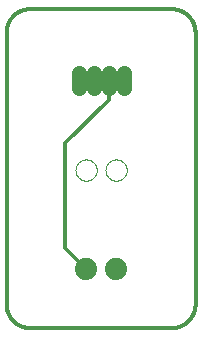
<source format=gtl>
G75*
%MOIN*%
%OFA0B0*%
%FSLAX25Y25*%
%IPPOS*%
%LPD*%
%AMOC8*
5,1,8,0,0,1.08239X$1,22.5*
%
%ADD10C,0.01200*%
%ADD11C,0.05000*%
%ADD12C,0.07400*%
%ADD13C,0.00000*%
D10*
X0001600Y0009474D02*
X0001600Y0100025D01*
X0001602Y0100215D01*
X0001609Y0100405D01*
X0001621Y0100595D01*
X0001637Y0100785D01*
X0001657Y0100974D01*
X0001683Y0101163D01*
X0001712Y0101351D01*
X0001747Y0101538D01*
X0001786Y0101724D01*
X0001829Y0101909D01*
X0001877Y0102094D01*
X0001929Y0102277D01*
X0001985Y0102458D01*
X0002046Y0102638D01*
X0002112Y0102817D01*
X0002181Y0102994D01*
X0002255Y0103170D01*
X0002333Y0103343D01*
X0002416Y0103515D01*
X0002502Y0103684D01*
X0002592Y0103852D01*
X0002687Y0104017D01*
X0002785Y0104180D01*
X0002888Y0104340D01*
X0002994Y0104498D01*
X0003104Y0104653D01*
X0003217Y0104806D01*
X0003335Y0104956D01*
X0003456Y0105102D01*
X0003580Y0105246D01*
X0003708Y0105387D01*
X0003839Y0105525D01*
X0003974Y0105660D01*
X0004112Y0105791D01*
X0004253Y0105919D01*
X0004397Y0106043D01*
X0004543Y0106164D01*
X0004693Y0106282D01*
X0004846Y0106395D01*
X0005001Y0106505D01*
X0005159Y0106611D01*
X0005319Y0106714D01*
X0005482Y0106812D01*
X0005647Y0106907D01*
X0005815Y0106997D01*
X0005984Y0107083D01*
X0006156Y0107166D01*
X0006329Y0107244D01*
X0006505Y0107318D01*
X0006682Y0107387D01*
X0006861Y0107453D01*
X0007041Y0107514D01*
X0007222Y0107570D01*
X0007405Y0107622D01*
X0007590Y0107670D01*
X0007775Y0107713D01*
X0007961Y0107752D01*
X0008148Y0107787D01*
X0008336Y0107816D01*
X0008525Y0107842D01*
X0008714Y0107862D01*
X0008904Y0107878D01*
X0009094Y0107890D01*
X0009284Y0107897D01*
X0009474Y0107899D01*
X0056718Y0107899D01*
X0056908Y0107897D01*
X0057098Y0107890D01*
X0057288Y0107878D01*
X0057478Y0107862D01*
X0057667Y0107842D01*
X0057856Y0107816D01*
X0058044Y0107787D01*
X0058231Y0107752D01*
X0058417Y0107713D01*
X0058602Y0107670D01*
X0058787Y0107622D01*
X0058970Y0107570D01*
X0059151Y0107514D01*
X0059331Y0107453D01*
X0059510Y0107387D01*
X0059687Y0107318D01*
X0059863Y0107244D01*
X0060036Y0107166D01*
X0060208Y0107083D01*
X0060377Y0106997D01*
X0060545Y0106907D01*
X0060710Y0106812D01*
X0060873Y0106714D01*
X0061033Y0106611D01*
X0061191Y0106505D01*
X0061346Y0106395D01*
X0061499Y0106282D01*
X0061649Y0106164D01*
X0061795Y0106043D01*
X0061939Y0105919D01*
X0062080Y0105791D01*
X0062218Y0105660D01*
X0062353Y0105525D01*
X0062484Y0105387D01*
X0062612Y0105246D01*
X0062736Y0105102D01*
X0062857Y0104956D01*
X0062975Y0104806D01*
X0063088Y0104653D01*
X0063198Y0104498D01*
X0063304Y0104340D01*
X0063407Y0104180D01*
X0063505Y0104017D01*
X0063600Y0103852D01*
X0063690Y0103684D01*
X0063776Y0103515D01*
X0063859Y0103343D01*
X0063937Y0103170D01*
X0064011Y0102994D01*
X0064080Y0102817D01*
X0064146Y0102638D01*
X0064207Y0102458D01*
X0064263Y0102277D01*
X0064315Y0102094D01*
X0064363Y0101909D01*
X0064406Y0101724D01*
X0064445Y0101538D01*
X0064480Y0101351D01*
X0064509Y0101163D01*
X0064535Y0100974D01*
X0064555Y0100785D01*
X0064571Y0100595D01*
X0064583Y0100405D01*
X0064590Y0100215D01*
X0064592Y0100025D01*
X0064592Y0009474D01*
X0064590Y0009284D01*
X0064583Y0009094D01*
X0064571Y0008904D01*
X0064555Y0008714D01*
X0064535Y0008525D01*
X0064509Y0008336D01*
X0064480Y0008148D01*
X0064445Y0007961D01*
X0064406Y0007775D01*
X0064363Y0007590D01*
X0064315Y0007405D01*
X0064263Y0007222D01*
X0064207Y0007041D01*
X0064146Y0006861D01*
X0064080Y0006682D01*
X0064011Y0006505D01*
X0063937Y0006329D01*
X0063859Y0006156D01*
X0063776Y0005984D01*
X0063690Y0005815D01*
X0063600Y0005647D01*
X0063505Y0005482D01*
X0063407Y0005319D01*
X0063304Y0005159D01*
X0063198Y0005001D01*
X0063088Y0004846D01*
X0062975Y0004693D01*
X0062857Y0004543D01*
X0062736Y0004397D01*
X0062612Y0004253D01*
X0062484Y0004112D01*
X0062353Y0003974D01*
X0062218Y0003839D01*
X0062080Y0003708D01*
X0061939Y0003580D01*
X0061795Y0003456D01*
X0061649Y0003335D01*
X0061499Y0003217D01*
X0061346Y0003104D01*
X0061191Y0002994D01*
X0061033Y0002888D01*
X0060873Y0002785D01*
X0060710Y0002687D01*
X0060545Y0002592D01*
X0060377Y0002502D01*
X0060208Y0002416D01*
X0060036Y0002333D01*
X0059863Y0002255D01*
X0059687Y0002181D01*
X0059510Y0002112D01*
X0059331Y0002046D01*
X0059151Y0001985D01*
X0058970Y0001929D01*
X0058787Y0001877D01*
X0058602Y0001829D01*
X0058417Y0001786D01*
X0058231Y0001747D01*
X0058044Y0001712D01*
X0057856Y0001683D01*
X0057667Y0001657D01*
X0057478Y0001637D01*
X0057288Y0001621D01*
X0057098Y0001609D01*
X0056908Y0001602D01*
X0056718Y0001600D01*
X0009474Y0001600D01*
X0009284Y0001602D01*
X0009094Y0001609D01*
X0008904Y0001621D01*
X0008714Y0001637D01*
X0008525Y0001657D01*
X0008336Y0001683D01*
X0008148Y0001712D01*
X0007961Y0001747D01*
X0007775Y0001786D01*
X0007590Y0001829D01*
X0007405Y0001877D01*
X0007222Y0001929D01*
X0007041Y0001985D01*
X0006861Y0002046D01*
X0006682Y0002112D01*
X0006505Y0002181D01*
X0006329Y0002255D01*
X0006156Y0002333D01*
X0005984Y0002416D01*
X0005815Y0002502D01*
X0005647Y0002592D01*
X0005482Y0002687D01*
X0005319Y0002785D01*
X0005159Y0002888D01*
X0005001Y0002994D01*
X0004846Y0003104D01*
X0004693Y0003217D01*
X0004543Y0003335D01*
X0004397Y0003456D01*
X0004253Y0003580D01*
X0004112Y0003708D01*
X0003974Y0003839D01*
X0003839Y0003974D01*
X0003708Y0004112D01*
X0003580Y0004253D01*
X0003456Y0004397D01*
X0003335Y0004543D01*
X0003217Y0004693D01*
X0003104Y0004846D01*
X0002994Y0005001D01*
X0002888Y0005159D01*
X0002785Y0005319D01*
X0002687Y0005482D01*
X0002592Y0005647D01*
X0002502Y0005815D01*
X0002416Y0005984D01*
X0002333Y0006156D01*
X0002255Y0006329D01*
X0002181Y0006505D01*
X0002112Y0006682D01*
X0002046Y0006861D01*
X0001985Y0007041D01*
X0001929Y0007222D01*
X0001877Y0007405D01*
X0001829Y0007590D01*
X0001786Y0007775D01*
X0001747Y0007961D01*
X0001712Y0008148D01*
X0001683Y0008336D01*
X0001657Y0008525D01*
X0001637Y0008714D01*
X0001621Y0008904D01*
X0001609Y0009094D01*
X0001602Y0009284D01*
X0001600Y0009474D01*
X0021096Y0028285D02*
X0028096Y0021285D01*
X0021096Y0028285D02*
X0021096Y0063285D01*
X0035596Y0077785D01*
X0035596Y0084277D01*
D11*
X0035596Y0081777D02*
X0035596Y0086777D01*
X0030596Y0086777D02*
X0030596Y0081777D01*
X0025596Y0081777D02*
X0025596Y0086777D01*
X0040596Y0086777D02*
X0040596Y0081777D01*
D12*
X0038096Y0021285D03*
X0028096Y0021285D03*
D13*
X0024553Y0054285D02*
X0024555Y0054403D01*
X0024561Y0054522D01*
X0024571Y0054640D01*
X0024585Y0054757D01*
X0024602Y0054874D01*
X0024624Y0054991D01*
X0024650Y0055106D01*
X0024679Y0055221D01*
X0024712Y0055335D01*
X0024749Y0055447D01*
X0024790Y0055558D01*
X0024834Y0055668D01*
X0024882Y0055776D01*
X0024934Y0055883D01*
X0024989Y0055988D01*
X0025048Y0056091D01*
X0025110Y0056191D01*
X0025175Y0056290D01*
X0025244Y0056387D01*
X0025315Y0056481D01*
X0025390Y0056572D01*
X0025468Y0056662D01*
X0025549Y0056748D01*
X0025633Y0056832D01*
X0025719Y0056913D01*
X0025809Y0056991D01*
X0025900Y0057066D01*
X0025994Y0057137D01*
X0026091Y0057206D01*
X0026190Y0057271D01*
X0026290Y0057333D01*
X0026393Y0057392D01*
X0026498Y0057447D01*
X0026605Y0057499D01*
X0026713Y0057547D01*
X0026823Y0057591D01*
X0026934Y0057632D01*
X0027046Y0057669D01*
X0027160Y0057702D01*
X0027275Y0057731D01*
X0027390Y0057757D01*
X0027507Y0057779D01*
X0027624Y0057796D01*
X0027741Y0057810D01*
X0027859Y0057820D01*
X0027978Y0057826D01*
X0028096Y0057828D01*
X0028214Y0057826D01*
X0028333Y0057820D01*
X0028451Y0057810D01*
X0028568Y0057796D01*
X0028685Y0057779D01*
X0028802Y0057757D01*
X0028917Y0057731D01*
X0029032Y0057702D01*
X0029146Y0057669D01*
X0029258Y0057632D01*
X0029369Y0057591D01*
X0029479Y0057547D01*
X0029587Y0057499D01*
X0029694Y0057447D01*
X0029799Y0057392D01*
X0029902Y0057333D01*
X0030002Y0057271D01*
X0030101Y0057206D01*
X0030198Y0057137D01*
X0030292Y0057066D01*
X0030383Y0056991D01*
X0030473Y0056913D01*
X0030559Y0056832D01*
X0030643Y0056748D01*
X0030724Y0056662D01*
X0030802Y0056572D01*
X0030877Y0056481D01*
X0030948Y0056387D01*
X0031017Y0056290D01*
X0031082Y0056191D01*
X0031144Y0056091D01*
X0031203Y0055988D01*
X0031258Y0055883D01*
X0031310Y0055776D01*
X0031358Y0055668D01*
X0031402Y0055558D01*
X0031443Y0055447D01*
X0031480Y0055335D01*
X0031513Y0055221D01*
X0031542Y0055106D01*
X0031568Y0054991D01*
X0031590Y0054874D01*
X0031607Y0054757D01*
X0031621Y0054640D01*
X0031631Y0054522D01*
X0031637Y0054403D01*
X0031639Y0054285D01*
X0031637Y0054167D01*
X0031631Y0054048D01*
X0031621Y0053930D01*
X0031607Y0053813D01*
X0031590Y0053696D01*
X0031568Y0053579D01*
X0031542Y0053464D01*
X0031513Y0053349D01*
X0031480Y0053235D01*
X0031443Y0053123D01*
X0031402Y0053012D01*
X0031358Y0052902D01*
X0031310Y0052794D01*
X0031258Y0052687D01*
X0031203Y0052582D01*
X0031144Y0052479D01*
X0031082Y0052379D01*
X0031017Y0052280D01*
X0030948Y0052183D01*
X0030877Y0052089D01*
X0030802Y0051998D01*
X0030724Y0051908D01*
X0030643Y0051822D01*
X0030559Y0051738D01*
X0030473Y0051657D01*
X0030383Y0051579D01*
X0030292Y0051504D01*
X0030198Y0051433D01*
X0030101Y0051364D01*
X0030002Y0051299D01*
X0029902Y0051237D01*
X0029799Y0051178D01*
X0029694Y0051123D01*
X0029587Y0051071D01*
X0029479Y0051023D01*
X0029369Y0050979D01*
X0029258Y0050938D01*
X0029146Y0050901D01*
X0029032Y0050868D01*
X0028917Y0050839D01*
X0028802Y0050813D01*
X0028685Y0050791D01*
X0028568Y0050774D01*
X0028451Y0050760D01*
X0028333Y0050750D01*
X0028214Y0050744D01*
X0028096Y0050742D01*
X0027978Y0050744D01*
X0027859Y0050750D01*
X0027741Y0050760D01*
X0027624Y0050774D01*
X0027507Y0050791D01*
X0027390Y0050813D01*
X0027275Y0050839D01*
X0027160Y0050868D01*
X0027046Y0050901D01*
X0026934Y0050938D01*
X0026823Y0050979D01*
X0026713Y0051023D01*
X0026605Y0051071D01*
X0026498Y0051123D01*
X0026393Y0051178D01*
X0026290Y0051237D01*
X0026190Y0051299D01*
X0026091Y0051364D01*
X0025994Y0051433D01*
X0025900Y0051504D01*
X0025809Y0051579D01*
X0025719Y0051657D01*
X0025633Y0051738D01*
X0025549Y0051822D01*
X0025468Y0051908D01*
X0025390Y0051998D01*
X0025315Y0052089D01*
X0025244Y0052183D01*
X0025175Y0052280D01*
X0025110Y0052379D01*
X0025048Y0052479D01*
X0024989Y0052582D01*
X0024934Y0052687D01*
X0024882Y0052794D01*
X0024834Y0052902D01*
X0024790Y0053012D01*
X0024749Y0053123D01*
X0024712Y0053235D01*
X0024679Y0053349D01*
X0024650Y0053464D01*
X0024624Y0053579D01*
X0024602Y0053696D01*
X0024585Y0053813D01*
X0024571Y0053930D01*
X0024561Y0054048D01*
X0024555Y0054167D01*
X0024553Y0054285D01*
X0034553Y0054285D02*
X0034555Y0054403D01*
X0034561Y0054522D01*
X0034571Y0054640D01*
X0034585Y0054757D01*
X0034602Y0054874D01*
X0034624Y0054991D01*
X0034650Y0055106D01*
X0034679Y0055221D01*
X0034712Y0055335D01*
X0034749Y0055447D01*
X0034790Y0055558D01*
X0034834Y0055668D01*
X0034882Y0055776D01*
X0034934Y0055883D01*
X0034989Y0055988D01*
X0035048Y0056091D01*
X0035110Y0056191D01*
X0035175Y0056290D01*
X0035244Y0056387D01*
X0035315Y0056481D01*
X0035390Y0056572D01*
X0035468Y0056662D01*
X0035549Y0056748D01*
X0035633Y0056832D01*
X0035719Y0056913D01*
X0035809Y0056991D01*
X0035900Y0057066D01*
X0035994Y0057137D01*
X0036091Y0057206D01*
X0036190Y0057271D01*
X0036290Y0057333D01*
X0036393Y0057392D01*
X0036498Y0057447D01*
X0036605Y0057499D01*
X0036713Y0057547D01*
X0036823Y0057591D01*
X0036934Y0057632D01*
X0037046Y0057669D01*
X0037160Y0057702D01*
X0037275Y0057731D01*
X0037390Y0057757D01*
X0037507Y0057779D01*
X0037624Y0057796D01*
X0037741Y0057810D01*
X0037859Y0057820D01*
X0037978Y0057826D01*
X0038096Y0057828D01*
X0038214Y0057826D01*
X0038333Y0057820D01*
X0038451Y0057810D01*
X0038568Y0057796D01*
X0038685Y0057779D01*
X0038802Y0057757D01*
X0038917Y0057731D01*
X0039032Y0057702D01*
X0039146Y0057669D01*
X0039258Y0057632D01*
X0039369Y0057591D01*
X0039479Y0057547D01*
X0039587Y0057499D01*
X0039694Y0057447D01*
X0039799Y0057392D01*
X0039902Y0057333D01*
X0040002Y0057271D01*
X0040101Y0057206D01*
X0040198Y0057137D01*
X0040292Y0057066D01*
X0040383Y0056991D01*
X0040473Y0056913D01*
X0040559Y0056832D01*
X0040643Y0056748D01*
X0040724Y0056662D01*
X0040802Y0056572D01*
X0040877Y0056481D01*
X0040948Y0056387D01*
X0041017Y0056290D01*
X0041082Y0056191D01*
X0041144Y0056091D01*
X0041203Y0055988D01*
X0041258Y0055883D01*
X0041310Y0055776D01*
X0041358Y0055668D01*
X0041402Y0055558D01*
X0041443Y0055447D01*
X0041480Y0055335D01*
X0041513Y0055221D01*
X0041542Y0055106D01*
X0041568Y0054991D01*
X0041590Y0054874D01*
X0041607Y0054757D01*
X0041621Y0054640D01*
X0041631Y0054522D01*
X0041637Y0054403D01*
X0041639Y0054285D01*
X0041637Y0054167D01*
X0041631Y0054048D01*
X0041621Y0053930D01*
X0041607Y0053813D01*
X0041590Y0053696D01*
X0041568Y0053579D01*
X0041542Y0053464D01*
X0041513Y0053349D01*
X0041480Y0053235D01*
X0041443Y0053123D01*
X0041402Y0053012D01*
X0041358Y0052902D01*
X0041310Y0052794D01*
X0041258Y0052687D01*
X0041203Y0052582D01*
X0041144Y0052479D01*
X0041082Y0052379D01*
X0041017Y0052280D01*
X0040948Y0052183D01*
X0040877Y0052089D01*
X0040802Y0051998D01*
X0040724Y0051908D01*
X0040643Y0051822D01*
X0040559Y0051738D01*
X0040473Y0051657D01*
X0040383Y0051579D01*
X0040292Y0051504D01*
X0040198Y0051433D01*
X0040101Y0051364D01*
X0040002Y0051299D01*
X0039902Y0051237D01*
X0039799Y0051178D01*
X0039694Y0051123D01*
X0039587Y0051071D01*
X0039479Y0051023D01*
X0039369Y0050979D01*
X0039258Y0050938D01*
X0039146Y0050901D01*
X0039032Y0050868D01*
X0038917Y0050839D01*
X0038802Y0050813D01*
X0038685Y0050791D01*
X0038568Y0050774D01*
X0038451Y0050760D01*
X0038333Y0050750D01*
X0038214Y0050744D01*
X0038096Y0050742D01*
X0037978Y0050744D01*
X0037859Y0050750D01*
X0037741Y0050760D01*
X0037624Y0050774D01*
X0037507Y0050791D01*
X0037390Y0050813D01*
X0037275Y0050839D01*
X0037160Y0050868D01*
X0037046Y0050901D01*
X0036934Y0050938D01*
X0036823Y0050979D01*
X0036713Y0051023D01*
X0036605Y0051071D01*
X0036498Y0051123D01*
X0036393Y0051178D01*
X0036290Y0051237D01*
X0036190Y0051299D01*
X0036091Y0051364D01*
X0035994Y0051433D01*
X0035900Y0051504D01*
X0035809Y0051579D01*
X0035719Y0051657D01*
X0035633Y0051738D01*
X0035549Y0051822D01*
X0035468Y0051908D01*
X0035390Y0051998D01*
X0035315Y0052089D01*
X0035244Y0052183D01*
X0035175Y0052280D01*
X0035110Y0052379D01*
X0035048Y0052479D01*
X0034989Y0052582D01*
X0034934Y0052687D01*
X0034882Y0052794D01*
X0034834Y0052902D01*
X0034790Y0053012D01*
X0034749Y0053123D01*
X0034712Y0053235D01*
X0034679Y0053349D01*
X0034650Y0053464D01*
X0034624Y0053579D01*
X0034602Y0053696D01*
X0034585Y0053813D01*
X0034571Y0053930D01*
X0034561Y0054048D01*
X0034555Y0054167D01*
X0034553Y0054285D01*
M02*

</source>
